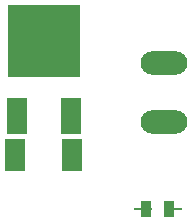
<source format=gtp>
G04 (created by PCBNEW (2013-07-07 BZR 4022)-stable) date 24/10/2014 07:26:06*
%MOIN*%
G04 Gerber Fmt 3.4, Leading zero omitted, Abs format*
%FSLAX34Y34*%
G01*
G70*
G90*
G04 APERTURE LIST*
%ADD10C,0.00590551*%
%ADD11R,0.06X0.008*%
%ADD12R,0.035X0.055*%
%ADD13R,0.065X0.12*%
%ADD14R,0.24X0.24*%
%ADD15O,0.156X0.078*%
%ADD16R,0.0709X0.1063*%
G04 APERTURE END LIST*
G54D10*
G54D11*
X86800Y-69600D03*
G54D12*
X87675Y-69600D03*
X86925Y-69600D03*
G54D11*
X87800Y-69600D03*
G54D13*
X82600Y-66500D03*
G54D14*
X83500Y-64000D03*
G54D13*
X84400Y-66500D03*
G54D15*
X87500Y-64710D03*
X87500Y-66680D03*
G54D16*
X82555Y-67800D03*
X84445Y-67800D03*
M02*

</source>
